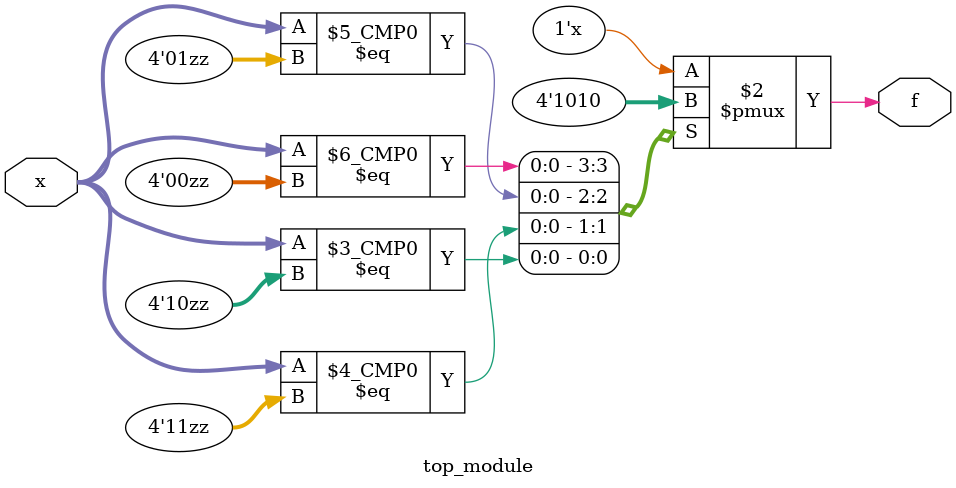
<source format=sv>
module top_module (
    input [4:1] x,
    output logic f
);

    always_comb begin
        case (x)
            4'b00??: f = 1'b1;
            4'b01??: f = 1'b0;
            4'b11??: f = 1'b1;
            4'b10??: f = 1'b0;
            default: f = 1'b0;
        endcase
    end
endmodule

</source>
